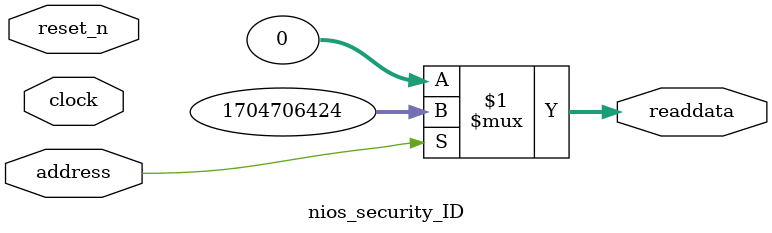
<source format=v>



// synthesis translate_off
`timescale 1ns / 1ps
// synthesis translate_on

// turn off superfluous verilog processor warnings 
// altera message_level Level1 
// altera message_off 10034 10035 10036 10037 10230 10240 10030 

module nios_security_ID (
               // inputs:
                address,
                clock,
                reset_n,

               // outputs:
                readdata
             )
;

  output  [ 31: 0] readdata;
  input            address;
  input            clock;
  input            reset_n;

  wire    [ 31: 0] readdata;
  //control_slave, which is an e_avalon_slave
  assign readdata = address ? 1704706424 : 0;

endmodule



</source>
